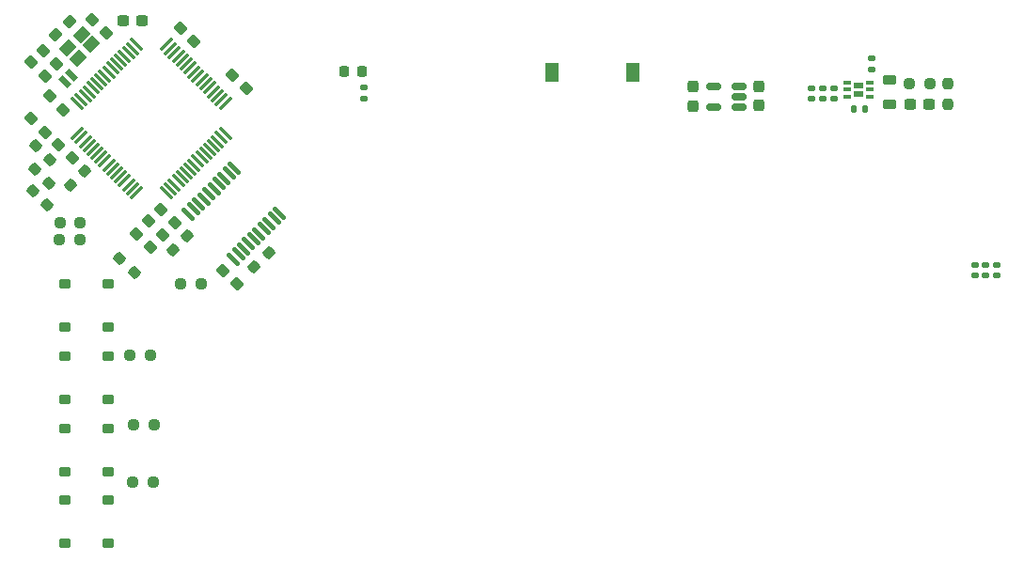
<source format=gbp>
G04 #@! TF.GenerationSoftware,KiCad,Pcbnew,7.0.2-0*
G04 #@! TF.CreationDate,2023-10-15T17:43:39-05:00*
G04 #@! TF.ProjectId,spudglo_business_card,73707564-676c-46f5-9f62-7573696e6573,rev?*
G04 #@! TF.SameCoordinates,Original*
G04 #@! TF.FileFunction,Paste,Bot*
G04 #@! TF.FilePolarity,Positive*
%FSLAX46Y46*%
G04 Gerber Fmt 4.6, Leading zero omitted, Abs format (unit mm)*
G04 Created by KiCad (PCBNEW 7.0.2-0) date 2023-10-15 17:43:39*
%MOMM*%
%LPD*%
G01*
G04 APERTURE LIST*
G04 Aperture macros list*
%AMRoundRect*
0 Rectangle with rounded corners*
0 $1 Rounding radius*
0 $2 $3 $4 $5 $6 $7 $8 $9 X,Y pos of 4 corners*
0 Add a 4 corners polygon primitive as box body*
4,1,4,$2,$3,$4,$5,$6,$7,$8,$9,$2,$3,0*
0 Add four circle primitives for the rounded corners*
1,1,$1+$1,$2,$3*
1,1,$1+$1,$4,$5*
1,1,$1+$1,$6,$7*
1,1,$1+$1,$8,$9*
0 Add four rect primitives between the rounded corners*
20,1,$1+$1,$2,$3,$4,$5,0*
20,1,$1+$1,$4,$5,$6,$7,0*
20,1,$1+$1,$6,$7,$8,$9,0*
20,1,$1+$1,$8,$9,$2,$3,0*%
%AMRotRect*
0 Rectangle, with rotation*
0 The origin of the aperture is its center*
0 $1 length*
0 $2 width*
0 $3 Rotation angle, in degrees counterclockwise*
0 Add horizontal line*
21,1,$1,$2,0,0,$3*%
G04 Aperture macros list end*
%ADD10RoundRect,0.237500X0.250000X0.237500X-0.250000X0.237500X-0.250000X-0.237500X0.250000X-0.237500X0*%
%ADD11RoundRect,0.225000X0.275000X0.225000X-0.275000X0.225000X-0.275000X-0.225000X0.275000X-0.225000X0*%
%ADD12RoundRect,0.237500X-0.008839X-0.344715X0.344715X0.008839X0.008839X0.344715X-0.344715X-0.008839X0*%
%ADD13RoundRect,0.237500X0.380070X-0.044194X-0.044194X0.380070X-0.380070X0.044194X0.044194X-0.380070X0*%
%ADD14RoundRect,0.237500X0.300000X0.237500X-0.300000X0.237500X-0.300000X-0.237500X0.300000X-0.237500X0*%
%ADD15RoundRect,0.237500X-0.380070X0.044194X0.044194X-0.380070X0.380070X-0.044194X-0.044194X0.380070X0*%
%ADD16RoundRect,0.135000X0.185000X-0.135000X0.185000X0.135000X-0.185000X0.135000X-0.185000X-0.135000X0*%
%ADD17RoundRect,0.237500X0.008839X0.344715X-0.344715X-0.008839X-0.008839X-0.344715X0.344715X0.008839X0*%
%ADD18RoundRect,0.218750X0.218750X0.256250X-0.218750X0.256250X-0.218750X-0.256250X0.218750X-0.256250X0*%
%ADD19RoundRect,0.075000X-0.548008X0.441942X0.441942X-0.548008X0.548008X-0.441942X-0.441942X0.548008X0*%
%ADD20RoundRect,0.075000X-0.548008X-0.441942X-0.441942X-0.548008X0.548008X0.441942X0.441942X0.548008X0*%
%ADD21R,1.193800X1.676400*%
%ADD22RoundRect,0.237500X-0.237500X0.300000X-0.237500X-0.300000X0.237500X-0.300000X0.237500X0.300000X0*%
%ADD23RoundRect,0.140000X-0.170000X0.140000X-0.170000X-0.140000X0.170000X-0.140000X0.170000X0.140000X0*%
%ADD24RoundRect,0.237500X0.344715X-0.008839X-0.008839X0.344715X-0.344715X0.008839X0.008839X-0.344715X0*%
%ADD25RoundRect,0.237500X-0.250000X-0.237500X0.250000X-0.237500X0.250000X0.237500X-0.250000X0.237500X0*%
%ADD26RoundRect,0.135000X-0.185000X0.135000X-0.185000X-0.135000X0.185000X-0.135000X0.185000X0.135000X0*%
%ADD27RoundRect,0.237500X-0.344715X0.008839X0.008839X-0.344715X0.344715X-0.008839X-0.008839X0.344715X0*%
%ADD28RoundRect,0.140000X0.140000X0.170000X-0.140000X0.170000X-0.140000X-0.170000X0.140000X-0.170000X0*%
%ADD29RoundRect,0.237500X-0.044194X-0.380070X0.380070X0.044194X0.044194X0.380070X-0.380070X-0.044194X0*%
%ADD30RoundRect,0.100000X-0.521491X0.380070X0.380070X-0.521491X0.521491X-0.380070X-0.380070X0.521491X0*%
%ADD31R,0.820000X0.630000*%
%ADD32R,0.650000X0.350000*%
%ADD33RoundRect,0.218750X0.381250X-0.218750X0.381250X0.218750X-0.381250X0.218750X-0.381250X-0.218750X0*%
%ADD34RotRect,1.000000X1.200000X135.000000*%
%ADD35RoundRect,0.237500X0.237500X-0.250000X0.237500X0.250000X-0.237500X0.250000X-0.237500X-0.250000X0*%
%ADD36RotRect,0.575000X1.140000X45.000000*%
%ADD37RoundRect,0.150000X0.512500X0.150000X-0.512500X0.150000X-0.512500X-0.150000X0.512500X-0.150000X0*%
G04 APERTURE END LIST*
D10*
X257500000Y-85480000D03*
X255675000Y-85480000D03*
D11*
X183500000Y-123000000D03*
X183500000Y-126900000D03*
X179650000Y-123000000D03*
X179650000Y-126900000D03*
D12*
X196690000Y-101960000D03*
X197980470Y-100669530D03*
D13*
X183349762Y-80929758D03*
X182130002Y-79709998D03*
D14*
X257450000Y-87300000D03*
X255725000Y-87300000D03*
D15*
X193880240Y-102290240D03*
X195100000Y-103510000D03*
D16*
X252260000Y-84210000D03*
X252260000Y-83190000D03*
D17*
X181440001Y-93309999D03*
X180149531Y-94600469D03*
D18*
X206357500Y-84340000D03*
X204782500Y-84340000D03*
D19*
X180758541Y-87246054D03*
X181112094Y-86892501D03*
X181465647Y-86538948D03*
X181819201Y-86185394D03*
X182172754Y-85831841D03*
X182526308Y-85478287D03*
X182879861Y-85124734D03*
X183233414Y-84771181D03*
X183586968Y-84417627D03*
X183940521Y-84064074D03*
X184294074Y-83710521D03*
X184647628Y-83356967D03*
X185001181Y-83003414D03*
X185354735Y-82649860D03*
X185708288Y-82296307D03*
X186061841Y-81942754D03*
D20*
X188784203Y-81942754D03*
X189137756Y-82296307D03*
X189491309Y-82649860D03*
X189844863Y-83003414D03*
X190198416Y-83356967D03*
X190551970Y-83710521D03*
X190905523Y-84064074D03*
X191259076Y-84417627D03*
X191612630Y-84771181D03*
X191966183Y-85124734D03*
X192319736Y-85478287D03*
X192673290Y-85831841D03*
X193026843Y-86185394D03*
X193380397Y-86538948D03*
X193733950Y-86892501D03*
X194087503Y-87246054D03*
D19*
X194087503Y-89968416D03*
X193733950Y-90321969D03*
X193380397Y-90675522D03*
X193026843Y-91029076D03*
X192673290Y-91382629D03*
X192319736Y-91736183D03*
X191966183Y-92089736D03*
X191612630Y-92443289D03*
X191259076Y-92796843D03*
X190905523Y-93150396D03*
X190551970Y-93503949D03*
X190198416Y-93857503D03*
X189844863Y-94211056D03*
X189491309Y-94564610D03*
X189137756Y-94918163D03*
X188784203Y-95271716D03*
D20*
X186061841Y-95271716D03*
X185708288Y-94918163D03*
X185354735Y-94564610D03*
X185001181Y-94211056D03*
X184647628Y-93857503D03*
X184294074Y-93503949D03*
X183940521Y-93150396D03*
X183586968Y-92796843D03*
X183233414Y-92443289D03*
X182879861Y-92089736D03*
X182526308Y-91736183D03*
X182172754Y-91382629D03*
X181819201Y-91029076D03*
X181465647Y-90675522D03*
X181112094Y-90321969D03*
X180758541Y-89968416D03*
D13*
X177840000Y-84750000D03*
X176620240Y-83530240D03*
D21*
X223492400Y-84440000D03*
X230807600Y-84440000D03*
D22*
X242142500Y-85725000D03*
X242142500Y-87450000D03*
D15*
X188311061Y-96783297D03*
X189530821Y-98003057D03*
D23*
X263520000Y-101780000D03*
X263520000Y-102740000D03*
X261560000Y-101770000D03*
X261560000Y-102730000D03*
D24*
X185870000Y-102490000D03*
X184579530Y-101199530D03*
D15*
X186081181Y-98983414D03*
X187300941Y-100203174D03*
D13*
X178890000Y-83680000D03*
X177670240Y-82460240D03*
D25*
X179185000Y-97990000D03*
X181010000Y-97990000D03*
D23*
X246880001Y-85870000D03*
X246880001Y-86830000D03*
D10*
X187580000Y-121390000D03*
X185755000Y-121390000D03*
D26*
X206580000Y-85780000D03*
X206580000Y-86800000D03*
D27*
X176779530Y-95129530D03*
X178070000Y-96420000D03*
D13*
X179509760Y-87819760D03*
X178290000Y-86600000D03*
D15*
X179080000Y-90950000D03*
X180299760Y-92169760D03*
D23*
X262540000Y-101770000D03*
X262540000Y-102730000D03*
D13*
X177830000Y-89830000D03*
X176610240Y-88610240D03*
D12*
X189379530Y-100430470D03*
X190670000Y-99140000D03*
D11*
X183500000Y-116500000D03*
X183500000Y-120400000D03*
X179650000Y-116500000D03*
X179650000Y-120400000D03*
D23*
X247880000Y-85860000D03*
X247880000Y-86820000D03*
D28*
X251660000Y-87759999D03*
X250700000Y-87759999D03*
D25*
X179165000Y-99540000D03*
X180990000Y-99540000D03*
D10*
X191890000Y-103500000D03*
X190065000Y-103500000D03*
D24*
X178280000Y-92360000D03*
X176989530Y-91069530D03*
D10*
X187650000Y-116190000D03*
X185825000Y-116190000D03*
D29*
X178830120Y-81079880D03*
X180049880Y-79860120D03*
D11*
X183500000Y-103500000D03*
X183500000Y-107400000D03*
X179650000Y-103500000D03*
X179650000Y-107400000D03*
D30*
X190762323Y-97222272D03*
X191221942Y-96762653D03*
X191681561Y-96303033D03*
X192141181Y-95843414D03*
X192600800Y-95383795D03*
X193060420Y-94924175D03*
X193520039Y-94464556D03*
X193979658Y-94004936D03*
X194439278Y-93545317D03*
X194898897Y-93085698D03*
X198947083Y-97133884D03*
X198487464Y-97593503D03*
X198027845Y-98053123D03*
X197568225Y-98512742D03*
X197108606Y-98972361D03*
X196648986Y-99431981D03*
X196189367Y-99891600D03*
X195729748Y-100351220D03*
X195270128Y-100810839D03*
X194810509Y-101270458D03*
D23*
X248860000Y-85860000D03*
X248860000Y-86820000D03*
D31*
X251090000Y-85590000D03*
X251090000Y-86390000D03*
D32*
X250040000Y-86640000D03*
X250040000Y-85990000D03*
X250040000Y-85340000D03*
X252140000Y-85340000D03*
X252140000Y-85990000D03*
X252140000Y-86640000D03*
D14*
X186620009Y-79780011D03*
X184895009Y-79780011D03*
D33*
X253900000Y-87282500D03*
X253900000Y-85157500D03*
D27*
X176890000Y-93160000D03*
X178180470Y-94450470D03*
D22*
X236222500Y-85727500D03*
X236222500Y-87452500D03*
D34*
X182042081Y-81937919D03*
X180840000Y-83140000D03*
X179920761Y-82220761D03*
X181122842Y-81018680D03*
D10*
X187340000Y-109920000D03*
X185515000Y-109920000D03*
D35*
X259120000Y-87310000D03*
X259120000Y-85485000D03*
D36*
X179608318Y-85301682D03*
X180191682Y-84718318D03*
D13*
X195963293Y-85881852D03*
X194743533Y-84662092D03*
D37*
X240330000Y-85690000D03*
X240330000Y-86640000D03*
X240330000Y-87590000D03*
X238055000Y-87590000D03*
X238055000Y-85690000D03*
D15*
X187211061Y-97853297D03*
X188430821Y-99073057D03*
D13*
X191259760Y-81659760D03*
X190040000Y-80440000D03*
D11*
X183500000Y-110000000D03*
X183500000Y-113900000D03*
X179650000Y-110000000D03*
X179650000Y-113900000D03*
M02*

</source>
